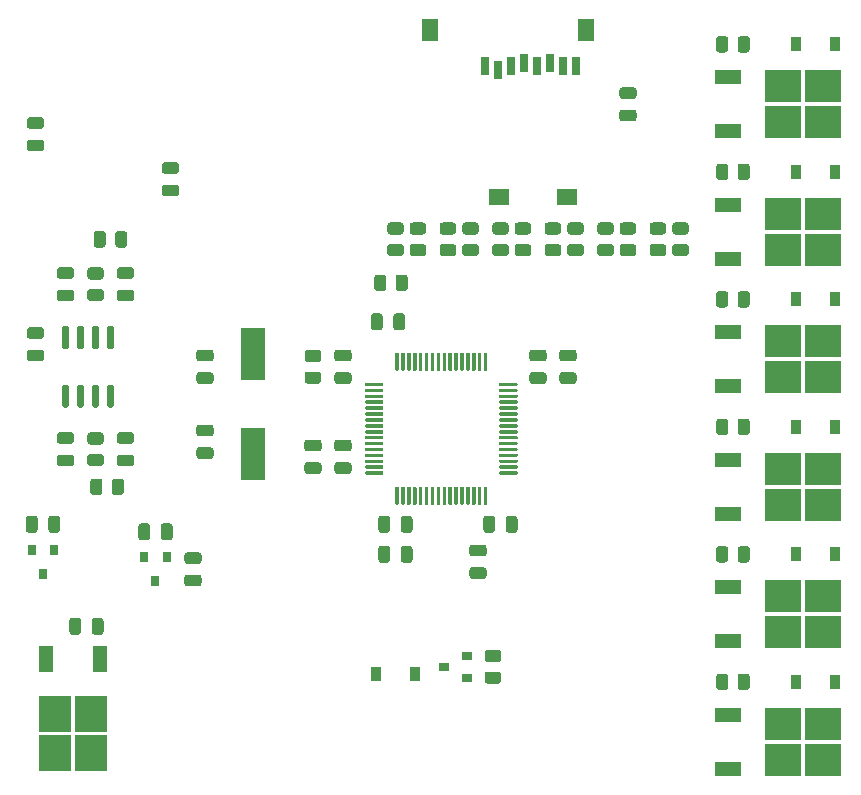
<source format=gtp>
G04 #@! TF.GenerationSoftware,KiCad,Pcbnew,5.1.10-88a1d61d58~90~ubuntu20.04.1*
G04 #@! TF.CreationDate,2021-08-15T15:07:41+03:00*
G04 #@! TF.ProjectId,DepremSanat,44657072-656d-4536-916e-61742e6b6963,rev?*
G04 #@! TF.SameCoordinates,Original*
G04 #@! TF.FileFunction,Paste,Top*
G04 #@! TF.FilePolarity,Positive*
%FSLAX46Y46*%
G04 Gerber Fmt 4.6, Leading zero omitted, Abs format (unit mm)*
G04 Created by KiCad (PCBNEW 5.1.10-88a1d61d58~90~ubuntu20.04.1) date 2021-08-15 15:07:41*
%MOMM*%
%LPD*%
G01*
G04 APERTURE LIST*
%ADD10R,1.800000X1.400000*%
%ADD11R,1.400000X1.900000*%
%ADD12R,0.800000X1.500000*%
%ADD13R,2.000000X4.500000*%
%ADD14R,0.800000X0.900000*%
%ADD15R,2.750000X3.050000*%
%ADD16R,1.200000X2.200000*%
%ADD17R,0.900000X0.800000*%
%ADD18R,3.050000X2.750000*%
%ADD19R,2.200000X1.200000*%
%ADD20R,0.900000X1.200000*%
G04 APERTURE END LIST*
D10*
X147865000Y-71970000D03*
X153565000Y-71970000D03*
D11*
X142015000Y-57820000D03*
X155165000Y-57820000D03*
D12*
X154375000Y-60870000D03*
X153275000Y-60870000D03*
X152175000Y-60670000D03*
X151075000Y-60870000D03*
X149975000Y-60670000D03*
X148875000Y-60870000D03*
X147775000Y-61270000D03*
X146675000Y-60870000D03*
D13*
X127000000Y-93785000D03*
X127000000Y-85285000D03*
D14*
X109220000Y-103870000D03*
X108270000Y-101870000D03*
X110170000Y-101870000D03*
X118745000Y-104505000D03*
X117795000Y-102505000D03*
X119695000Y-102505000D03*
D15*
X110235000Y-115741000D03*
X113285000Y-119091000D03*
X113285000Y-115741000D03*
X110235000Y-119091000D03*
D16*
X109480000Y-111116000D03*
X114040000Y-111116000D03*
G36*
G01*
X111275000Y-84860000D02*
X110975000Y-84860000D01*
G75*
G02*
X110825000Y-84710000I0J150000D01*
G01*
X110825000Y-83060000D01*
G75*
G02*
X110975000Y-82910000I150000J0D01*
G01*
X111275000Y-82910000D01*
G75*
G02*
X111425000Y-83060000I0J-150000D01*
G01*
X111425000Y-84710000D01*
G75*
G02*
X111275000Y-84860000I-150000J0D01*
G01*
G37*
G36*
G01*
X112545000Y-84860000D02*
X112245000Y-84860000D01*
G75*
G02*
X112095000Y-84710000I0J150000D01*
G01*
X112095000Y-83060000D01*
G75*
G02*
X112245000Y-82910000I150000J0D01*
G01*
X112545000Y-82910000D01*
G75*
G02*
X112695000Y-83060000I0J-150000D01*
G01*
X112695000Y-84710000D01*
G75*
G02*
X112545000Y-84860000I-150000J0D01*
G01*
G37*
G36*
G01*
X113815000Y-84860000D02*
X113515000Y-84860000D01*
G75*
G02*
X113365000Y-84710000I0J150000D01*
G01*
X113365000Y-83060000D01*
G75*
G02*
X113515000Y-82910000I150000J0D01*
G01*
X113815000Y-82910000D01*
G75*
G02*
X113965000Y-83060000I0J-150000D01*
G01*
X113965000Y-84710000D01*
G75*
G02*
X113815000Y-84860000I-150000J0D01*
G01*
G37*
G36*
G01*
X115085000Y-84860000D02*
X114785000Y-84860000D01*
G75*
G02*
X114635000Y-84710000I0J150000D01*
G01*
X114635000Y-83060000D01*
G75*
G02*
X114785000Y-82910000I150000J0D01*
G01*
X115085000Y-82910000D01*
G75*
G02*
X115235000Y-83060000I0J-150000D01*
G01*
X115235000Y-84710000D01*
G75*
G02*
X115085000Y-84860000I-150000J0D01*
G01*
G37*
G36*
G01*
X115085000Y-89810000D02*
X114785000Y-89810000D01*
G75*
G02*
X114635000Y-89660000I0J150000D01*
G01*
X114635000Y-88010000D01*
G75*
G02*
X114785000Y-87860000I150000J0D01*
G01*
X115085000Y-87860000D01*
G75*
G02*
X115235000Y-88010000I0J-150000D01*
G01*
X115235000Y-89660000D01*
G75*
G02*
X115085000Y-89810000I-150000J0D01*
G01*
G37*
G36*
G01*
X113815000Y-89810000D02*
X113515000Y-89810000D01*
G75*
G02*
X113365000Y-89660000I0J150000D01*
G01*
X113365000Y-88010000D01*
G75*
G02*
X113515000Y-87860000I150000J0D01*
G01*
X113815000Y-87860000D01*
G75*
G02*
X113965000Y-88010000I0J-150000D01*
G01*
X113965000Y-89660000D01*
G75*
G02*
X113815000Y-89810000I-150000J0D01*
G01*
G37*
G36*
G01*
X112545000Y-89810000D02*
X112245000Y-89810000D01*
G75*
G02*
X112095000Y-89660000I0J150000D01*
G01*
X112095000Y-88010000D01*
G75*
G02*
X112245000Y-87860000I150000J0D01*
G01*
X112545000Y-87860000D01*
G75*
G02*
X112695000Y-88010000I0J-150000D01*
G01*
X112695000Y-89660000D01*
G75*
G02*
X112545000Y-89810000I-150000J0D01*
G01*
G37*
G36*
G01*
X111275000Y-89810000D02*
X110975000Y-89810000D01*
G75*
G02*
X110825000Y-89660000I0J150000D01*
G01*
X110825000Y-88010000D01*
G75*
G02*
X110975000Y-87860000I150000J0D01*
G01*
X111275000Y-87860000D01*
G75*
G02*
X111425000Y-88010000I0J-150000D01*
G01*
X111425000Y-89660000D01*
G75*
G02*
X111275000Y-89810000I-150000J0D01*
G01*
G37*
G36*
G01*
X139050000Y-86635000D02*
X139050000Y-85235000D01*
G75*
G02*
X139125000Y-85160000I75000J0D01*
G01*
X139275000Y-85160000D01*
G75*
G02*
X139350000Y-85235000I0J-75000D01*
G01*
X139350000Y-86635000D01*
G75*
G02*
X139275000Y-86710000I-75000J0D01*
G01*
X139125000Y-86710000D01*
G75*
G02*
X139050000Y-86635000I0J75000D01*
G01*
G37*
G36*
G01*
X139550000Y-86635000D02*
X139550000Y-85235000D01*
G75*
G02*
X139625000Y-85160000I75000J0D01*
G01*
X139775000Y-85160000D01*
G75*
G02*
X139850000Y-85235000I0J-75000D01*
G01*
X139850000Y-86635000D01*
G75*
G02*
X139775000Y-86710000I-75000J0D01*
G01*
X139625000Y-86710000D01*
G75*
G02*
X139550000Y-86635000I0J75000D01*
G01*
G37*
G36*
G01*
X140050000Y-86635000D02*
X140050000Y-85235000D01*
G75*
G02*
X140125000Y-85160000I75000J0D01*
G01*
X140275000Y-85160000D01*
G75*
G02*
X140350000Y-85235000I0J-75000D01*
G01*
X140350000Y-86635000D01*
G75*
G02*
X140275000Y-86710000I-75000J0D01*
G01*
X140125000Y-86710000D01*
G75*
G02*
X140050000Y-86635000I0J75000D01*
G01*
G37*
G36*
G01*
X140550000Y-86635000D02*
X140550000Y-85235000D01*
G75*
G02*
X140625000Y-85160000I75000J0D01*
G01*
X140775000Y-85160000D01*
G75*
G02*
X140850000Y-85235000I0J-75000D01*
G01*
X140850000Y-86635000D01*
G75*
G02*
X140775000Y-86710000I-75000J0D01*
G01*
X140625000Y-86710000D01*
G75*
G02*
X140550000Y-86635000I0J75000D01*
G01*
G37*
G36*
G01*
X141050000Y-86635000D02*
X141050000Y-85235000D01*
G75*
G02*
X141125000Y-85160000I75000J0D01*
G01*
X141275000Y-85160000D01*
G75*
G02*
X141350000Y-85235000I0J-75000D01*
G01*
X141350000Y-86635000D01*
G75*
G02*
X141275000Y-86710000I-75000J0D01*
G01*
X141125000Y-86710000D01*
G75*
G02*
X141050000Y-86635000I0J75000D01*
G01*
G37*
G36*
G01*
X141550000Y-86635000D02*
X141550000Y-85235000D01*
G75*
G02*
X141625000Y-85160000I75000J0D01*
G01*
X141775000Y-85160000D01*
G75*
G02*
X141850000Y-85235000I0J-75000D01*
G01*
X141850000Y-86635000D01*
G75*
G02*
X141775000Y-86710000I-75000J0D01*
G01*
X141625000Y-86710000D01*
G75*
G02*
X141550000Y-86635000I0J75000D01*
G01*
G37*
G36*
G01*
X142050000Y-86635000D02*
X142050000Y-85235000D01*
G75*
G02*
X142125000Y-85160000I75000J0D01*
G01*
X142275000Y-85160000D01*
G75*
G02*
X142350000Y-85235000I0J-75000D01*
G01*
X142350000Y-86635000D01*
G75*
G02*
X142275000Y-86710000I-75000J0D01*
G01*
X142125000Y-86710000D01*
G75*
G02*
X142050000Y-86635000I0J75000D01*
G01*
G37*
G36*
G01*
X142550000Y-86635000D02*
X142550000Y-85235000D01*
G75*
G02*
X142625000Y-85160000I75000J0D01*
G01*
X142775000Y-85160000D01*
G75*
G02*
X142850000Y-85235000I0J-75000D01*
G01*
X142850000Y-86635000D01*
G75*
G02*
X142775000Y-86710000I-75000J0D01*
G01*
X142625000Y-86710000D01*
G75*
G02*
X142550000Y-86635000I0J75000D01*
G01*
G37*
G36*
G01*
X143050000Y-86635000D02*
X143050000Y-85235000D01*
G75*
G02*
X143125000Y-85160000I75000J0D01*
G01*
X143275000Y-85160000D01*
G75*
G02*
X143350000Y-85235000I0J-75000D01*
G01*
X143350000Y-86635000D01*
G75*
G02*
X143275000Y-86710000I-75000J0D01*
G01*
X143125000Y-86710000D01*
G75*
G02*
X143050000Y-86635000I0J75000D01*
G01*
G37*
G36*
G01*
X143550000Y-86635000D02*
X143550000Y-85235000D01*
G75*
G02*
X143625000Y-85160000I75000J0D01*
G01*
X143775000Y-85160000D01*
G75*
G02*
X143850000Y-85235000I0J-75000D01*
G01*
X143850000Y-86635000D01*
G75*
G02*
X143775000Y-86710000I-75000J0D01*
G01*
X143625000Y-86710000D01*
G75*
G02*
X143550000Y-86635000I0J75000D01*
G01*
G37*
G36*
G01*
X144050000Y-86635000D02*
X144050000Y-85235000D01*
G75*
G02*
X144125000Y-85160000I75000J0D01*
G01*
X144275000Y-85160000D01*
G75*
G02*
X144350000Y-85235000I0J-75000D01*
G01*
X144350000Y-86635000D01*
G75*
G02*
X144275000Y-86710000I-75000J0D01*
G01*
X144125000Y-86710000D01*
G75*
G02*
X144050000Y-86635000I0J75000D01*
G01*
G37*
G36*
G01*
X144550000Y-86635000D02*
X144550000Y-85235000D01*
G75*
G02*
X144625000Y-85160000I75000J0D01*
G01*
X144775000Y-85160000D01*
G75*
G02*
X144850000Y-85235000I0J-75000D01*
G01*
X144850000Y-86635000D01*
G75*
G02*
X144775000Y-86710000I-75000J0D01*
G01*
X144625000Y-86710000D01*
G75*
G02*
X144550000Y-86635000I0J75000D01*
G01*
G37*
G36*
G01*
X145050000Y-86635000D02*
X145050000Y-85235000D01*
G75*
G02*
X145125000Y-85160000I75000J0D01*
G01*
X145275000Y-85160000D01*
G75*
G02*
X145350000Y-85235000I0J-75000D01*
G01*
X145350000Y-86635000D01*
G75*
G02*
X145275000Y-86710000I-75000J0D01*
G01*
X145125000Y-86710000D01*
G75*
G02*
X145050000Y-86635000I0J75000D01*
G01*
G37*
G36*
G01*
X145550000Y-86635000D02*
X145550000Y-85235000D01*
G75*
G02*
X145625000Y-85160000I75000J0D01*
G01*
X145775000Y-85160000D01*
G75*
G02*
X145850000Y-85235000I0J-75000D01*
G01*
X145850000Y-86635000D01*
G75*
G02*
X145775000Y-86710000I-75000J0D01*
G01*
X145625000Y-86710000D01*
G75*
G02*
X145550000Y-86635000I0J75000D01*
G01*
G37*
G36*
G01*
X146050000Y-86635000D02*
X146050000Y-85235000D01*
G75*
G02*
X146125000Y-85160000I75000J0D01*
G01*
X146275000Y-85160000D01*
G75*
G02*
X146350000Y-85235000I0J-75000D01*
G01*
X146350000Y-86635000D01*
G75*
G02*
X146275000Y-86710000I-75000J0D01*
G01*
X146125000Y-86710000D01*
G75*
G02*
X146050000Y-86635000I0J75000D01*
G01*
G37*
G36*
G01*
X146550000Y-86635000D02*
X146550000Y-85235000D01*
G75*
G02*
X146625000Y-85160000I75000J0D01*
G01*
X146775000Y-85160000D01*
G75*
G02*
X146850000Y-85235000I0J-75000D01*
G01*
X146850000Y-86635000D01*
G75*
G02*
X146775000Y-86710000I-75000J0D01*
G01*
X146625000Y-86710000D01*
G75*
G02*
X146550000Y-86635000I0J75000D01*
G01*
G37*
G36*
G01*
X147850000Y-87935000D02*
X147850000Y-87785000D01*
G75*
G02*
X147925000Y-87710000I75000J0D01*
G01*
X149325000Y-87710000D01*
G75*
G02*
X149400000Y-87785000I0J-75000D01*
G01*
X149400000Y-87935000D01*
G75*
G02*
X149325000Y-88010000I-75000J0D01*
G01*
X147925000Y-88010000D01*
G75*
G02*
X147850000Y-87935000I0J75000D01*
G01*
G37*
G36*
G01*
X147850000Y-88435000D02*
X147850000Y-88285000D01*
G75*
G02*
X147925000Y-88210000I75000J0D01*
G01*
X149325000Y-88210000D01*
G75*
G02*
X149400000Y-88285000I0J-75000D01*
G01*
X149400000Y-88435000D01*
G75*
G02*
X149325000Y-88510000I-75000J0D01*
G01*
X147925000Y-88510000D01*
G75*
G02*
X147850000Y-88435000I0J75000D01*
G01*
G37*
G36*
G01*
X147850000Y-88935000D02*
X147850000Y-88785000D01*
G75*
G02*
X147925000Y-88710000I75000J0D01*
G01*
X149325000Y-88710000D01*
G75*
G02*
X149400000Y-88785000I0J-75000D01*
G01*
X149400000Y-88935000D01*
G75*
G02*
X149325000Y-89010000I-75000J0D01*
G01*
X147925000Y-89010000D01*
G75*
G02*
X147850000Y-88935000I0J75000D01*
G01*
G37*
G36*
G01*
X147850000Y-89435000D02*
X147850000Y-89285000D01*
G75*
G02*
X147925000Y-89210000I75000J0D01*
G01*
X149325000Y-89210000D01*
G75*
G02*
X149400000Y-89285000I0J-75000D01*
G01*
X149400000Y-89435000D01*
G75*
G02*
X149325000Y-89510000I-75000J0D01*
G01*
X147925000Y-89510000D01*
G75*
G02*
X147850000Y-89435000I0J75000D01*
G01*
G37*
G36*
G01*
X147850000Y-89935000D02*
X147850000Y-89785000D01*
G75*
G02*
X147925000Y-89710000I75000J0D01*
G01*
X149325000Y-89710000D01*
G75*
G02*
X149400000Y-89785000I0J-75000D01*
G01*
X149400000Y-89935000D01*
G75*
G02*
X149325000Y-90010000I-75000J0D01*
G01*
X147925000Y-90010000D01*
G75*
G02*
X147850000Y-89935000I0J75000D01*
G01*
G37*
G36*
G01*
X147850000Y-90435000D02*
X147850000Y-90285000D01*
G75*
G02*
X147925000Y-90210000I75000J0D01*
G01*
X149325000Y-90210000D01*
G75*
G02*
X149400000Y-90285000I0J-75000D01*
G01*
X149400000Y-90435000D01*
G75*
G02*
X149325000Y-90510000I-75000J0D01*
G01*
X147925000Y-90510000D01*
G75*
G02*
X147850000Y-90435000I0J75000D01*
G01*
G37*
G36*
G01*
X147850000Y-90935000D02*
X147850000Y-90785000D01*
G75*
G02*
X147925000Y-90710000I75000J0D01*
G01*
X149325000Y-90710000D01*
G75*
G02*
X149400000Y-90785000I0J-75000D01*
G01*
X149400000Y-90935000D01*
G75*
G02*
X149325000Y-91010000I-75000J0D01*
G01*
X147925000Y-91010000D01*
G75*
G02*
X147850000Y-90935000I0J75000D01*
G01*
G37*
G36*
G01*
X147850000Y-91435000D02*
X147850000Y-91285000D01*
G75*
G02*
X147925000Y-91210000I75000J0D01*
G01*
X149325000Y-91210000D01*
G75*
G02*
X149400000Y-91285000I0J-75000D01*
G01*
X149400000Y-91435000D01*
G75*
G02*
X149325000Y-91510000I-75000J0D01*
G01*
X147925000Y-91510000D01*
G75*
G02*
X147850000Y-91435000I0J75000D01*
G01*
G37*
G36*
G01*
X147850000Y-91935000D02*
X147850000Y-91785000D01*
G75*
G02*
X147925000Y-91710000I75000J0D01*
G01*
X149325000Y-91710000D01*
G75*
G02*
X149400000Y-91785000I0J-75000D01*
G01*
X149400000Y-91935000D01*
G75*
G02*
X149325000Y-92010000I-75000J0D01*
G01*
X147925000Y-92010000D01*
G75*
G02*
X147850000Y-91935000I0J75000D01*
G01*
G37*
G36*
G01*
X147850000Y-92435000D02*
X147850000Y-92285000D01*
G75*
G02*
X147925000Y-92210000I75000J0D01*
G01*
X149325000Y-92210000D01*
G75*
G02*
X149400000Y-92285000I0J-75000D01*
G01*
X149400000Y-92435000D01*
G75*
G02*
X149325000Y-92510000I-75000J0D01*
G01*
X147925000Y-92510000D01*
G75*
G02*
X147850000Y-92435000I0J75000D01*
G01*
G37*
G36*
G01*
X147850000Y-92935000D02*
X147850000Y-92785000D01*
G75*
G02*
X147925000Y-92710000I75000J0D01*
G01*
X149325000Y-92710000D01*
G75*
G02*
X149400000Y-92785000I0J-75000D01*
G01*
X149400000Y-92935000D01*
G75*
G02*
X149325000Y-93010000I-75000J0D01*
G01*
X147925000Y-93010000D01*
G75*
G02*
X147850000Y-92935000I0J75000D01*
G01*
G37*
G36*
G01*
X147850000Y-93435000D02*
X147850000Y-93285000D01*
G75*
G02*
X147925000Y-93210000I75000J0D01*
G01*
X149325000Y-93210000D01*
G75*
G02*
X149400000Y-93285000I0J-75000D01*
G01*
X149400000Y-93435000D01*
G75*
G02*
X149325000Y-93510000I-75000J0D01*
G01*
X147925000Y-93510000D01*
G75*
G02*
X147850000Y-93435000I0J75000D01*
G01*
G37*
G36*
G01*
X147850000Y-93935000D02*
X147850000Y-93785000D01*
G75*
G02*
X147925000Y-93710000I75000J0D01*
G01*
X149325000Y-93710000D01*
G75*
G02*
X149400000Y-93785000I0J-75000D01*
G01*
X149400000Y-93935000D01*
G75*
G02*
X149325000Y-94010000I-75000J0D01*
G01*
X147925000Y-94010000D01*
G75*
G02*
X147850000Y-93935000I0J75000D01*
G01*
G37*
G36*
G01*
X147850000Y-94435000D02*
X147850000Y-94285000D01*
G75*
G02*
X147925000Y-94210000I75000J0D01*
G01*
X149325000Y-94210000D01*
G75*
G02*
X149400000Y-94285000I0J-75000D01*
G01*
X149400000Y-94435000D01*
G75*
G02*
X149325000Y-94510000I-75000J0D01*
G01*
X147925000Y-94510000D01*
G75*
G02*
X147850000Y-94435000I0J75000D01*
G01*
G37*
G36*
G01*
X147850000Y-94935000D02*
X147850000Y-94785000D01*
G75*
G02*
X147925000Y-94710000I75000J0D01*
G01*
X149325000Y-94710000D01*
G75*
G02*
X149400000Y-94785000I0J-75000D01*
G01*
X149400000Y-94935000D01*
G75*
G02*
X149325000Y-95010000I-75000J0D01*
G01*
X147925000Y-95010000D01*
G75*
G02*
X147850000Y-94935000I0J75000D01*
G01*
G37*
G36*
G01*
X147850000Y-95435000D02*
X147850000Y-95285000D01*
G75*
G02*
X147925000Y-95210000I75000J0D01*
G01*
X149325000Y-95210000D01*
G75*
G02*
X149400000Y-95285000I0J-75000D01*
G01*
X149400000Y-95435000D01*
G75*
G02*
X149325000Y-95510000I-75000J0D01*
G01*
X147925000Y-95510000D01*
G75*
G02*
X147850000Y-95435000I0J75000D01*
G01*
G37*
G36*
G01*
X146550000Y-97985000D02*
X146550000Y-96585000D01*
G75*
G02*
X146625000Y-96510000I75000J0D01*
G01*
X146775000Y-96510000D01*
G75*
G02*
X146850000Y-96585000I0J-75000D01*
G01*
X146850000Y-97985000D01*
G75*
G02*
X146775000Y-98060000I-75000J0D01*
G01*
X146625000Y-98060000D01*
G75*
G02*
X146550000Y-97985000I0J75000D01*
G01*
G37*
G36*
G01*
X146050000Y-97985000D02*
X146050000Y-96585000D01*
G75*
G02*
X146125000Y-96510000I75000J0D01*
G01*
X146275000Y-96510000D01*
G75*
G02*
X146350000Y-96585000I0J-75000D01*
G01*
X146350000Y-97985000D01*
G75*
G02*
X146275000Y-98060000I-75000J0D01*
G01*
X146125000Y-98060000D01*
G75*
G02*
X146050000Y-97985000I0J75000D01*
G01*
G37*
G36*
G01*
X145550000Y-97985000D02*
X145550000Y-96585000D01*
G75*
G02*
X145625000Y-96510000I75000J0D01*
G01*
X145775000Y-96510000D01*
G75*
G02*
X145850000Y-96585000I0J-75000D01*
G01*
X145850000Y-97985000D01*
G75*
G02*
X145775000Y-98060000I-75000J0D01*
G01*
X145625000Y-98060000D01*
G75*
G02*
X145550000Y-97985000I0J75000D01*
G01*
G37*
G36*
G01*
X145050000Y-97985000D02*
X145050000Y-96585000D01*
G75*
G02*
X145125000Y-96510000I75000J0D01*
G01*
X145275000Y-96510000D01*
G75*
G02*
X145350000Y-96585000I0J-75000D01*
G01*
X145350000Y-97985000D01*
G75*
G02*
X145275000Y-98060000I-75000J0D01*
G01*
X145125000Y-98060000D01*
G75*
G02*
X145050000Y-97985000I0J75000D01*
G01*
G37*
G36*
G01*
X144550000Y-97985000D02*
X144550000Y-96585000D01*
G75*
G02*
X144625000Y-96510000I75000J0D01*
G01*
X144775000Y-96510000D01*
G75*
G02*
X144850000Y-96585000I0J-75000D01*
G01*
X144850000Y-97985000D01*
G75*
G02*
X144775000Y-98060000I-75000J0D01*
G01*
X144625000Y-98060000D01*
G75*
G02*
X144550000Y-97985000I0J75000D01*
G01*
G37*
G36*
G01*
X144050000Y-97985000D02*
X144050000Y-96585000D01*
G75*
G02*
X144125000Y-96510000I75000J0D01*
G01*
X144275000Y-96510000D01*
G75*
G02*
X144350000Y-96585000I0J-75000D01*
G01*
X144350000Y-97985000D01*
G75*
G02*
X144275000Y-98060000I-75000J0D01*
G01*
X144125000Y-98060000D01*
G75*
G02*
X144050000Y-97985000I0J75000D01*
G01*
G37*
G36*
G01*
X143550000Y-97985000D02*
X143550000Y-96585000D01*
G75*
G02*
X143625000Y-96510000I75000J0D01*
G01*
X143775000Y-96510000D01*
G75*
G02*
X143850000Y-96585000I0J-75000D01*
G01*
X143850000Y-97985000D01*
G75*
G02*
X143775000Y-98060000I-75000J0D01*
G01*
X143625000Y-98060000D01*
G75*
G02*
X143550000Y-97985000I0J75000D01*
G01*
G37*
G36*
G01*
X143050000Y-97985000D02*
X143050000Y-96585000D01*
G75*
G02*
X143125000Y-96510000I75000J0D01*
G01*
X143275000Y-96510000D01*
G75*
G02*
X143350000Y-96585000I0J-75000D01*
G01*
X143350000Y-97985000D01*
G75*
G02*
X143275000Y-98060000I-75000J0D01*
G01*
X143125000Y-98060000D01*
G75*
G02*
X143050000Y-97985000I0J75000D01*
G01*
G37*
G36*
G01*
X142550000Y-97985000D02*
X142550000Y-96585000D01*
G75*
G02*
X142625000Y-96510000I75000J0D01*
G01*
X142775000Y-96510000D01*
G75*
G02*
X142850000Y-96585000I0J-75000D01*
G01*
X142850000Y-97985000D01*
G75*
G02*
X142775000Y-98060000I-75000J0D01*
G01*
X142625000Y-98060000D01*
G75*
G02*
X142550000Y-97985000I0J75000D01*
G01*
G37*
G36*
G01*
X142050000Y-97985000D02*
X142050000Y-96585000D01*
G75*
G02*
X142125000Y-96510000I75000J0D01*
G01*
X142275000Y-96510000D01*
G75*
G02*
X142350000Y-96585000I0J-75000D01*
G01*
X142350000Y-97985000D01*
G75*
G02*
X142275000Y-98060000I-75000J0D01*
G01*
X142125000Y-98060000D01*
G75*
G02*
X142050000Y-97985000I0J75000D01*
G01*
G37*
G36*
G01*
X141550000Y-97985000D02*
X141550000Y-96585000D01*
G75*
G02*
X141625000Y-96510000I75000J0D01*
G01*
X141775000Y-96510000D01*
G75*
G02*
X141850000Y-96585000I0J-75000D01*
G01*
X141850000Y-97985000D01*
G75*
G02*
X141775000Y-98060000I-75000J0D01*
G01*
X141625000Y-98060000D01*
G75*
G02*
X141550000Y-97985000I0J75000D01*
G01*
G37*
G36*
G01*
X141050000Y-97985000D02*
X141050000Y-96585000D01*
G75*
G02*
X141125000Y-96510000I75000J0D01*
G01*
X141275000Y-96510000D01*
G75*
G02*
X141350000Y-96585000I0J-75000D01*
G01*
X141350000Y-97985000D01*
G75*
G02*
X141275000Y-98060000I-75000J0D01*
G01*
X141125000Y-98060000D01*
G75*
G02*
X141050000Y-97985000I0J75000D01*
G01*
G37*
G36*
G01*
X140550000Y-97985000D02*
X140550000Y-96585000D01*
G75*
G02*
X140625000Y-96510000I75000J0D01*
G01*
X140775000Y-96510000D01*
G75*
G02*
X140850000Y-96585000I0J-75000D01*
G01*
X140850000Y-97985000D01*
G75*
G02*
X140775000Y-98060000I-75000J0D01*
G01*
X140625000Y-98060000D01*
G75*
G02*
X140550000Y-97985000I0J75000D01*
G01*
G37*
G36*
G01*
X140050000Y-97985000D02*
X140050000Y-96585000D01*
G75*
G02*
X140125000Y-96510000I75000J0D01*
G01*
X140275000Y-96510000D01*
G75*
G02*
X140350000Y-96585000I0J-75000D01*
G01*
X140350000Y-97985000D01*
G75*
G02*
X140275000Y-98060000I-75000J0D01*
G01*
X140125000Y-98060000D01*
G75*
G02*
X140050000Y-97985000I0J75000D01*
G01*
G37*
G36*
G01*
X139550000Y-97985000D02*
X139550000Y-96585000D01*
G75*
G02*
X139625000Y-96510000I75000J0D01*
G01*
X139775000Y-96510000D01*
G75*
G02*
X139850000Y-96585000I0J-75000D01*
G01*
X139850000Y-97985000D01*
G75*
G02*
X139775000Y-98060000I-75000J0D01*
G01*
X139625000Y-98060000D01*
G75*
G02*
X139550000Y-97985000I0J75000D01*
G01*
G37*
G36*
G01*
X139050000Y-97985000D02*
X139050000Y-96585000D01*
G75*
G02*
X139125000Y-96510000I75000J0D01*
G01*
X139275000Y-96510000D01*
G75*
G02*
X139350000Y-96585000I0J-75000D01*
G01*
X139350000Y-97985000D01*
G75*
G02*
X139275000Y-98060000I-75000J0D01*
G01*
X139125000Y-98060000D01*
G75*
G02*
X139050000Y-97985000I0J75000D01*
G01*
G37*
G36*
G01*
X136500000Y-95435000D02*
X136500000Y-95285000D01*
G75*
G02*
X136575000Y-95210000I75000J0D01*
G01*
X137975000Y-95210000D01*
G75*
G02*
X138050000Y-95285000I0J-75000D01*
G01*
X138050000Y-95435000D01*
G75*
G02*
X137975000Y-95510000I-75000J0D01*
G01*
X136575000Y-95510000D01*
G75*
G02*
X136500000Y-95435000I0J75000D01*
G01*
G37*
G36*
G01*
X136500000Y-94935000D02*
X136500000Y-94785000D01*
G75*
G02*
X136575000Y-94710000I75000J0D01*
G01*
X137975000Y-94710000D01*
G75*
G02*
X138050000Y-94785000I0J-75000D01*
G01*
X138050000Y-94935000D01*
G75*
G02*
X137975000Y-95010000I-75000J0D01*
G01*
X136575000Y-95010000D01*
G75*
G02*
X136500000Y-94935000I0J75000D01*
G01*
G37*
G36*
G01*
X136500000Y-94435000D02*
X136500000Y-94285000D01*
G75*
G02*
X136575000Y-94210000I75000J0D01*
G01*
X137975000Y-94210000D01*
G75*
G02*
X138050000Y-94285000I0J-75000D01*
G01*
X138050000Y-94435000D01*
G75*
G02*
X137975000Y-94510000I-75000J0D01*
G01*
X136575000Y-94510000D01*
G75*
G02*
X136500000Y-94435000I0J75000D01*
G01*
G37*
G36*
G01*
X136500000Y-93935000D02*
X136500000Y-93785000D01*
G75*
G02*
X136575000Y-93710000I75000J0D01*
G01*
X137975000Y-93710000D01*
G75*
G02*
X138050000Y-93785000I0J-75000D01*
G01*
X138050000Y-93935000D01*
G75*
G02*
X137975000Y-94010000I-75000J0D01*
G01*
X136575000Y-94010000D01*
G75*
G02*
X136500000Y-93935000I0J75000D01*
G01*
G37*
G36*
G01*
X136500000Y-93435000D02*
X136500000Y-93285000D01*
G75*
G02*
X136575000Y-93210000I75000J0D01*
G01*
X137975000Y-93210000D01*
G75*
G02*
X138050000Y-93285000I0J-75000D01*
G01*
X138050000Y-93435000D01*
G75*
G02*
X137975000Y-93510000I-75000J0D01*
G01*
X136575000Y-93510000D01*
G75*
G02*
X136500000Y-93435000I0J75000D01*
G01*
G37*
G36*
G01*
X136500000Y-92935000D02*
X136500000Y-92785000D01*
G75*
G02*
X136575000Y-92710000I75000J0D01*
G01*
X137975000Y-92710000D01*
G75*
G02*
X138050000Y-92785000I0J-75000D01*
G01*
X138050000Y-92935000D01*
G75*
G02*
X137975000Y-93010000I-75000J0D01*
G01*
X136575000Y-93010000D01*
G75*
G02*
X136500000Y-92935000I0J75000D01*
G01*
G37*
G36*
G01*
X136500000Y-92435000D02*
X136500000Y-92285000D01*
G75*
G02*
X136575000Y-92210000I75000J0D01*
G01*
X137975000Y-92210000D01*
G75*
G02*
X138050000Y-92285000I0J-75000D01*
G01*
X138050000Y-92435000D01*
G75*
G02*
X137975000Y-92510000I-75000J0D01*
G01*
X136575000Y-92510000D01*
G75*
G02*
X136500000Y-92435000I0J75000D01*
G01*
G37*
G36*
G01*
X136500000Y-91935000D02*
X136500000Y-91785000D01*
G75*
G02*
X136575000Y-91710000I75000J0D01*
G01*
X137975000Y-91710000D01*
G75*
G02*
X138050000Y-91785000I0J-75000D01*
G01*
X138050000Y-91935000D01*
G75*
G02*
X137975000Y-92010000I-75000J0D01*
G01*
X136575000Y-92010000D01*
G75*
G02*
X136500000Y-91935000I0J75000D01*
G01*
G37*
G36*
G01*
X136500000Y-91435000D02*
X136500000Y-91285000D01*
G75*
G02*
X136575000Y-91210000I75000J0D01*
G01*
X137975000Y-91210000D01*
G75*
G02*
X138050000Y-91285000I0J-75000D01*
G01*
X138050000Y-91435000D01*
G75*
G02*
X137975000Y-91510000I-75000J0D01*
G01*
X136575000Y-91510000D01*
G75*
G02*
X136500000Y-91435000I0J75000D01*
G01*
G37*
G36*
G01*
X136500000Y-90935000D02*
X136500000Y-90785000D01*
G75*
G02*
X136575000Y-90710000I75000J0D01*
G01*
X137975000Y-90710000D01*
G75*
G02*
X138050000Y-90785000I0J-75000D01*
G01*
X138050000Y-90935000D01*
G75*
G02*
X137975000Y-91010000I-75000J0D01*
G01*
X136575000Y-91010000D01*
G75*
G02*
X136500000Y-90935000I0J75000D01*
G01*
G37*
G36*
G01*
X136500000Y-90435000D02*
X136500000Y-90285000D01*
G75*
G02*
X136575000Y-90210000I75000J0D01*
G01*
X137975000Y-90210000D01*
G75*
G02*
X138050000Y-90285000I0J-75000D01*
G01*
X138050000Y-90435000D01*
G75*
G02*
X137975000Y-90510000I-75000J0D01*
G01*
X136575000Y-90510000D01*
G75*
G02*
X136500000Y-90435000I0J75000D01*
G01*
G37*
G36*
G01*
X136500000Y-89935000D02*
X136500000Y-89785000D01*
G75*
G02*
X136575000Y-89710000I75000J0D01*
G01*
X137975000Y-89710000D01*
G75*
G02*
X138050000Y-89785000I0J-75000D01*
G01*
X138050000Y-89935000D01*
G75*
G02*
X137975000Y-90010000I-75000J0D01*
G01*
X136575000Y-90010000D01*
G75*
G02*
X136500000Y-89935000I0J75000D01*
G01*
G37*
G36*
G01*
X136500000Y-89435000D02*
X136500000Y-89285000D01*
G75*
G02*
X136575000Y-89210000I75000J0D01*
G01*
X137975000Y-89210000D01*
G75*
G02*
X138050000Y-89285000I0J-75000D01*
G01*
X138050000Y-89435000D01*
G75*
G02*
X137975000Y-89510000I-75000J0D01*
G01*
X136575000Y-89510000D01*
G75*
G02*
X136500000Y-89435000I0J75000D01*
G01*
G37*
G36*
G01*
X136500000Y-88935000D02*
X136500000Y-88785000D01*
G75*
G02*
X136575000Y-88710000I75000J0D01*
G01*
X137975000Y-88710000D01*
G75*
G02*
X138050000Y-88785000I0J-75000D01*
G01*
X138050000Y-88935000D01*
G75*
G02*
X137975000Y-89010000I-75000J0D01*
G01*
X136575000Y-89010000D01*
G75*
G02*
X136500000Y-88935000I0J75000D01*
G01*
G37*
G36*
G01*
X136500000Y-88435000D02*
X136500000Y-88285000D01*
G75*
G02*
X136575000Y-88210000I75000J0D01*
G01*
X137975000Y-88210000D01*
G75*
G02*
X138050000Y-88285000I0J-75000D01*
G01*
X138050000Y-88435000D01*
G75*
G02*
X137975000Y-88510000I-75000J0D01*
G01*
X136575000Y-88510000D01*
G75*
G02*
X136500000Y-88435000I0J75000D01*
G01*
G37*
G36*
G01*
X136500000Y-87935000D02*
X136500000Y-87785000D01*
G75*
G02*
X136575000Y-87710000I75000J0D01*
G01*
X137975000Y-87710000D01*
G75*
G02*
X138050000Y-87785000I0J-75000D01*
G01*
X138050000Y-87935000D01*
G75*
G02*
X137975000Y-88010000I-75000J0D01*
G01*
X136575000Y-88010000D01*
G75*
G02*
X136500000Y-87935000I0J75000D01*
G01*
G37*
G36*
G01*
X147770001Y-111360000D02*
X146869999Y-111360000D01*
G75*
G02*
X146620000Y-111110001I0J249999D01*
G01*
X146620000Y-110584999D01*
G75*
G02*
X146869999Y-110335000I249999J0D01*
G01*
X147770001Y-110335000D01*
G75*
G02*
X148020000Y-110584999I0J-249999D01*
G01*
X148020000Y-111110001D01*
G75*
G02*
X147770001Y-111360000I-249999J0D01*
G01*
G37*
G36*
G01*
X147770001Y-113185000D02*
X146869999Y-113185000D01*
G75*
G02*
X146620000Y-112935001I0J249999D01*
G01*
X146620000Y-112409999D01*
G75*
G02*
X146869999Y-112160000I249999J0D01*
G01*
X147770001Y-112160000D01*
G75*
G02*
X148020000Y-112409999I0J-249999D01*
G01*
X148020000Y-112935001D01*
G75*
G02*
X147770001Y-113185000I-249999J0D01*
G01*
G37*
G36*
G01*
X114115001Y-78975000D02*
X113214999Y-78975000D01*
G75*
G02*
X112965000Y-78725001I0J249999D01*
G01*
X112965000Y-78199999D01*
G75*
G02*
X113214999Y-77950000I249999J0D01*
G01*
X114115001Y-77950000D01*
G75*
G02*
X114365000Y-78199999I0J-249999D01*
G01*
X114365000Y-78725001D01*
G75*
G02*
X114115001Y-78975000I-249999J0D01*
G01*
G37*
G36*
G01*
X114115001Y-80800000D02*
X113214999Y-80800000D01*
G75*
G02*
X112965000Y-80550001I0J249999D01*
G01*
X112965000Y-80024999D01*
G75*
G02*
X113214999Y-79775000I249999J0D01*
G01*
X114115001Y-79775000D01*
G75*
G02*
X114365000Y-80024999I0J-249999D01*
G01*
X114365000Y-80550001D01*
G75*
G02*
X114115001Y-80800000I-249999J0D01*
G01*
G37*
G36*
G01*
X113214999Y-93745000D02*
X114115001Y-93745000D01*
G75*
G02*
X114365000Y-93994999I0J-249999D01*
G01*
X114365000Y-94520001D01*
G75*
G02*
X114115001Y-94770000I-249999J0D01*
G01*
X113214999Y-94770000D01*
G75*
G02*
X112965000Y-94520001I0J249999D01*
G01*
X112965000Y-93994999D01*
G75*
G02*
X113214999Y-93745000I249999J0D01*
G01*
G37*
G36*
G01*
X113214999Y-91920000D02*
X114115001Y-91920000D01*
G75*
G02*
X114365000Y-92169999I0J-249999D01*
G01*
X114365000Y-92695001D01*
G75*
G02*
X114115001Y-92945000I-249999J0D01*
G01*
X113214999Y-92945000D01*
G75*
G02*
X112965000Y-92695001I0J249999D01*
G01*
X112965000Y-92169999D01*
G75*
G02*
X113214999Y-91920000I249999J0D01*
G01*
G37*
G36*
G01*
X115335000Y-76015001D02*
X115335000Y-75114999D01*
G75*
G02*
X115584999Y-74865000I249999J0D01*
G01*
X116110001Y-74865000D01*
G75*
G02*
X116360000Y-75114999I0J-249999D01*
G01*
X116360000Y-76015001D01*
G75*
G02*
X116110001Y-76265000I-249999J0D01*
G01*
X115584999Y-76265000D01*
G75*
G02*
X115335000Y-76015001I0J249999D01*
G01*
G37*
G36*
G01*
X113510000Y-76015001D02*
X113510000Y-75114999D01*
G75*
G02*
X113759999Y-74865000I249999J0D01*
G01*
X114285001Y-74865000D01*
G75*
G02*
X114535000Y-75114999I0J-249999D01*
G01*
X114535000Y-76015001D01*
G75*
G02*
X114285001Y-76265000I-249999J0D01*
G01*
X113759999Y-76265000D01*
G75*
G02*
X113510000Y-76015001I0J249999D01*
G01*
G37*
G36*
G01*
X115057500Y-96970001D02*
X115057500Y-96069999D01*
G75*
G02*
X115307499Y-95820000I249999J0D01*
G01*
X115832501Y-95820000D01*
G75*
G02*
X116082500Y-96069999I0J-249999D01*
G01*
X116082500Y-96970001D01*
G75*
G02*
X115832501Y-97220000I-249999J0D01*
G01*
X115307499Y-97220000D01*
G75*
G02*
X115057500Y-96970001I0J249999D01*
G01*
G37*
G36*
G01*
X113232500Y-96970001D02*
X113232500Y-96069999D01*
G75*
G02*
X113482499Y-95820000I249999J0D01*
G01*
X114007501Y-95820000D01*
G75*
G02*
X114257500Y-96069999I0J-249999D01*
G01*
X114257500Y-96970001D01*
G75*
G02*
X114007501Y-97220000I-249999J0D01*
G01*
X113482499Y-97220000D01*
G75*
G02*
X113232500Y-96970001I0J249999D01*
G01*
G37*
G36*
G01*
X160839999Y-75965000D02*
X161740001Y-75965000D01*
G75*
G02*
X161990000Y-76214999I0J-249999D01*
G01*
X161990000Y-76740001D01*
G75*
G02*
X161740001Y-76990000I-249999J0D01*
G01*
X160839999Y-76990000D01*
G75*
G02*
X160590000Y-76740001I0J249999D01*
G01*
X160590000Y-76214999D01*
G75*
G02*
X160839999Y-75965000I249999J0D01*
G01*
G37*
G36*
G01*
X160839999Y-74140000D02*
X161740001Y-74140000D01*
G75*
G02*
X161990000Y-74389999I0J-249999D01*
G01*
X161990000Y-74915001D01*
G75*
G02*
X161740001Y-75165000I-249999J0D01*
G01*
X160839999Y-75165000D01*
G75*
G02*
X160590000Y-74915001I0J249999D01*
G01*
X160590000Y-74389999D01*
G75*
G02*
X160839999Y-74140000I249999J0D01*
G01*
G37*
G36*
G01*
X156394999Y-75965000D02*
X157295001Y-75965000D01*
G75*
G02*
X157545000Y-76214999I0J-249999D01*
G01*
X157545000Y-76740001D01*
G75*
G02*
X157295001Y-76990000I-249999J0D01*
G01*
X156394999Y-76990000D01*
G75*
G02*
X156145000Y-76740001I0J249999D01*
G01*
X156145000Y-76214999D01*
G75*
G02*
X156394999Y-75965000I249999J0D01*
G01*
G37*
G36*
G01*
X156394999Y-74140000D02*
X157295001Y-74140000D01*
G75*
G02*
X157545000Y-74389999I0J-249999D01*
G01*
X157545000Y-74915001D01*
G75*
G02*
X157295001Y-75165000I-249999J0D01*
G01*
X156394999Y-75165000D01*
G75*
G02*
X156145000Y-74915001I0J249999D01*
G01*
X156145000Y-74389999D01*
G75*
G02*
X156394999Y-74140000I249999J0D01*
G01*
G37*
G36*
G01*
X151949999Y-75965000D02*
X152850001Y-75965000D01*
G75*
G02*
X153100000Y-76214999I0J-249999D01*
G01*
X153100000Y-76740001D01*
G75*
G02*
X152850001Y-76990000I-249999J0D01*
G01*
X151949999Y-76990000D01*
G75*
G02*
X151700000Y-76740001I0J249999D01*
G01*
X151700000Y-76214999D01*
G75*
G02*
X151949999Y-75965000I249999J0D01*
G01*
G37*
G36*
G01*
X151949999Y-74140000D02*
X152850001Y-74140000D01*
G75*
G02*
X153100000Y-74389999I0J-249999D01*
G01*
X153100000Y-74915001D01*
G75*
G02*
X152850001Y-75165000I-249999J0D01*
G01*
X151949999Y-75165000D01*
G75*
G02*
X151700000Y-74915001I0J249999D01*
G01*
X151700000Y-74389999D01*
G75*
G02*
X151949999Y-74140000I249999J0D01*
G01*
G37*
G36*
G01*
X147504999Y-75965000D02*
X148405001Y-75965000D01*
G75*
G02*
X148655000Y-76214999I0J-249999D01*
G01*
X148655000Y-76740001D01*
G75*
G02*
X148405001Y-76990000I-249999J0D01*
G01*
X147504999Y-76990000D01*
G75*
G02*
X147255000Y-76740001I0J249999D01*
G01*
X147255000Y-76214999D01*
G75*
G02*
X147504999Y-75965000I249999J0D01*
G01*
G37*
G36*
G01*
X147504999Y-74140000D02*
X148405001Y-74140000D01*
G75*
G02*
X148655000Y-74389999I0J-249999D01*
G01*
X148655000Y-74915001D01*
G75*
G02*
X148405001Y-75165000I-249999J0D01*
G01*
X147504999Y-75165000D01*
G75*
G02*
X147255000Y-74915001I0J249999D01*
G01*
X147255000Y-74389999D01*
G75*
G02*
X147504999Y-74140000I249999J0D01*
G01*
G37*
G36*
G01*
X144964999Y-75965000D02*
X145865001Y-75965000D01*
G75*
G02*
X146115000Y-76214999I0J-249999D01*
G01*
X146115000Y-76740001D01*
G75*
G02*
X145865001Y-76990000I-249999J0D01*
G01*
X144964999Y-76990000D01*
G75*
G02*
X144715000Y-76740001I0J249999D01*
G01*
X144715000Y-76214999D01*
G75*
G02*
X144964999Y-75965000I249999J0D01*
G01*
G37*
G36*
G01*
X144964999Y-74140000D02*
X145865001Y-74140000D01*
G75*
G02*
X146115000Y-74389999I0J-249999D01*
G01*
X146115000Y-74915001D01*
G75*
G02*
X145865001Y-75165000I-249999J0D01*
G01*
X144964999Y-75165000D01*
G75*
G02*
X144715000Y-74915001I0J249999D01*
G01*
X144715000Y-74389999D01*
G75*
G02*
X144964999Y-74140000I249999J0D01*
G01*
G37*
G36*
G01*
X140519999Y-75965000D02*
X141420001Y-75965000D01*
G75*
G02*
X141670000Y-76214999I0J-249999D01*
G01*
X141670000Y-76740001D01*
G75*
G02*
X141420001Y-76990000I-249999J0D01*
G01*
X140519999Y-76990000D01*
G75*
G02*
X140270000Y-76740001I0J249999D01*
G01*
X140270000Y-76214999D01*
G75*
G02*
X140519999Y-75965000I249999J0D01*
G01*
G37*
G36*
G01*
X140519999Y-74140000D02*
X141420001Y-74140000D01*
G75*
G02*
X141670000Y-74389999I0J-249999D01*
G01*
X141670000Y-74915001D01*
G75*
G02*
X141420001Y-75165000I-249999J0D01*
G01*
X140519999Y-75165000D01*
G75*
G02*
X140270000Y-74915001I0J249999D01*
G01*
X140270000Y-74389999D01*
G75*
G02*
X140519999Y-74140000I249999J0D01*
G01*
G37*
G36*
G01*
X139515001Y-75165000D02*
X138614999Y-75165000D01*
G75*
G02*
X138365000Y-74915001I0J249999D01*
G01*
X138365000Y-74389999D01*
G75*
G02*
X138614999Y-74140000I249999J0D01*
G01*
X139515001Y-74140000D01*
G75*
G02*
X139765000Y-74389999I0J-249999D01*
G01*
X139765000Y-74915001D01*
G75*
G02*
X139515001Y-75165000I-249999J0D01*
G01*
G37*
G36*
G01*
X139515001Y-76990000D02*
X138614999Y-76990000D01*
G75*
G02*
X138365000Y-76740001I0J249999D01*
G01*
X138365000Y-76214999D01*
G75*
G02*
X138614999Y-75965000I249999J0D01*
G01*
X139515001Y-75965000D01*
G75*
G02*
X139765000Y-76214999I0J-249999D01*
G01*
X139765000Y-76740001D01*
G75*
G02*
X139515001Y-76990000I-249999J0D01*
G01*
G37*
G36*
G01*
X143960001Y-75165000D02*
X143059999Y-75165000D01*
G75*
G02*
X142810000Y-74915001I0J249999D01*
G01*
X142810000Y-74389999D01*
G75*
G02*
X143059999Y-74140000I249999J0D01*
G01*
X143960001Y-74140000D01*
G75*
G02*
X144210000Y-74389999I0J-249999D01*
G01*
X144210000Y-74915001D01*
G75*
G02*
X143960001Y-75165000I-249999J0D01*
G01*
G37*
G36*
G01*
X143960001Y-76990000D02*
X143059999Y-76990000D01*
G75*
G02*
X142810000Y-76740001I0J249999D01*
G01*
X142810000Y-76214999D01*
G75*
G02*
X143059999Y-75965000I249999J0D01*
G01*
X143960001Y-75965000D01*
G75*
G02*
X144210000Y-76214999I0J-249999D01*
G01*
X144210000Y-76740001D01*
G75*
G02*
X143960001Y-76990000I-249999J0D01*
G01*
G37*
G36*
G01*
X150310001Y-75165000D02*
X149409999Y-75165000D01*
G75*
G02*
X149160000Y-74915001I0J249999D01*
G01*
X149160000Y-74389999D01*
G75*
G02*
X149409999Y-74140000I249999J0D01*
G01*
X150310001Y-74140000D01*
G75*
G02*
X150560000Y-74389999I0J-249999D01*
G01*
X150560000Y-74915001D01*
G75*
G02*
X150310001Y-75165000I-249999J0D01*
G01*
G37*
G36*
G01*
X150310001Y-76990000D02*
X149409999Y-76990000D01*
G75*
G02*
X149160000Y-76740001I0J249999D01*
G01*
X149160000Y-76214999D01*
G75*
G02*
X149409999Y-75965000I249999J0D01*
G01*
X150310001Y-75965000D01*
G75*
G02*
X150560000Y-76214999I0J-249999D01*
G01*
X150560000Y-76740001D01*
G75*
G02*
X150310001Y-76990000I-249999J0D01*
G01*
G37*
G36*
G01*
X154755001Y-75165000D02*
X153854999Y-75165000D01*
G75*
G02*
X153605000Y-74915001I0J249999D01*
G01*
X153605000Y-74389999D01*
G75*
G02*
X153854999Y-74140000I249999J0D01*
G01*
X154755001Y-74140000D01*
G75*
G02*
X155005000Y-74389999I0J-249999D01*
G01*
X155005000Y-74915001D01*
G75*
G02*
X154755001Y-75165000I-249999J0D01*
G01*
G37*
G36*
G01*
X154755001Y-76990000D02*
X153854999Y-76990000D01*
G75*
G02*
X153605000Y-76740001I0J249999D01*
G01*
X153605000Y-76214999D01*
G75*
G02*
X153854999Y-75965000I249999J0D01*
G01*
X154755001Y-75965000D01*
G75*
G02*
X155005000Y-76214999I0J-249999D01*
G01*
X155005000Y-76740001D01*
G75*
G02*
X154755001Y-76990000I-249999J0D01*
G01*
G37*
G36*
G01*
X159200001Y-75165000D02*
X158299999Y-75165000D01*
G75*
G02*
X158050000Y-74915001I0J249999D01*
G01*
X158050000Y-74389999D01*
G75*
G02*
X158299999Y-74140000I249999J0D01*
G01*
X159200001Y-74140000D01*
G75*
G02*
X159450000Y-74389999I0J-249999D01*
G01*
X159450000Y-74915001D01*
G75*
G02*
X159200001Y-75165000I-249999J0D01*
G01*
G37*
G36*
G01*
X159200001Y-76990000D02*
X158299999Y-76990000D01*
G75*
G02*
X158050000Y-76740001I0J249999D01*
G01*
X158050000Y-76214999D01*
G75*
G02*
X158299999Y-75965000I249999J0D01*
G01*
X159200001Y-75965000D01*
G75*
G02*
X159450000Y-76214999I0J-249999D01*
G01*
X159450000Y-76740001D01*
G75*
G02*
X159200001Y-76990000I-249999J0D01*
G01*
G37*
G36*
G01*
X163645001Y-75165000D02*
X162744999Y-75165000D01*
G75*
G02*
X162495000Y-74915001I0J249999D01*
G01*
X162495000Y-74389999D01*
G75*
G02*
X162744999Y-74140000I249999J0D01*
G01*
X163645001Y-74140000D01*
G75*
G02*
X163895000Y-74389999I0J-249999D01*
G01*
X163895000Y-74915001D01*
G75*
G02*
X163645001Y-75165000I-249999J0D01*
G01*
G37*
G36*
G01*
X163645001Y-76990000D02*
X162744999Y-76990000D01*
G75*
G02*
X162495000Y-76740001I0J249999D01*
G01*
X162495000Y-76214999D01*
G75*
G02*
X162744999Y-75965000I249999J0D01*
G01*
X163645001Y-75965000D01*
G75*
G02*
X163895000Y-76214999I0J-249999D01*
G01*
X163895000Y-76740001D01*
G75*
G02*
X163645001Y-76990000I-249999J0D01*
G01*
G37*
G36*
G01*
X168040000Y-113480001D02*
X168040000Y-112579999D01*
G75*
G02*
X168289999Y-112330000I249999J0D01*
G01*
X168815001Y-112330000D01*
G75*
G02*
X169065000Y-112579999I0J-249999D01*
G01*
X169065000Y-113480001D01*
G75*
G02*
X168815001Y-113730000I-249999J0D01*
G01*
X168289999Y-113730000D01*
G75*
G02*
X168040000Y-113480001I0J249999D01*
G01*
G37*
G36*
G01*
X166215000Y-113480001D02*
X166215000Y-112579999D01*
G75*
G02*
X166464999Y-112330000I249999J0D01*
G01*
X166990001Y-112330000D01*
G75*
G02*
X167240000Y-112579999I0J-249999D01*
G01*
X167240000Y-113480001D01*
G75*
G02*
X166990001Y-113730000I-249999J0D01*
G01*
X166464999Y-113730000D01*
G75*
G02*
X166215000Y-113480001I0J249999D01*
G01*
G37*
G36*
G01*
X168040000Y-102685001D02*
X168040000Y-101784999D01*
G75*
G02*
X168289999Y-101535000I249999J0D01*
G01*
X168815001Y-101535000D01*
G75*
G02*
X169065000Y-101784999I0J-249999D01*
G01*
X169065000Y-102685001D01*
G75*
G02*
X168815001Y-102935000I-249999J0D01*
G01*
X168289999Y-102935000D01*
G75*
G02*
X168040000Y-102685001I0J249999D01*
G01*
G37*
G36*
G01*
X166215000Y-102685001D02*
X166215000Y-101784999D01*
G75*
G02*
X166464999Y-101535000I249999J0D01*
G01*
X166990001Y-101535000D01*
G75*
G02*
X167240000Y-101784999I0J-249999D01*
G01*
X167240000Y-102685001D01*
G75*
G02*
X166990001Y-102935000I-249999J0D01*
G01*
X166464999Y-102935000D01*
G75*
G02*
X166215000Y-102685001I0J249999D01*
G01*
G37*
G36*
G01*
X168040000Y-91890001D02*
X168040000Y-90989999D01*
G75*
G02*
X168289999Y-90740000I249999J0D01*
G01*
X168815001Y-90740000D01*
G75*
G02*
X169065000Y-90989999I0J-249999D01*
G01*
X169065000Y-91890001D01*
G75*
G02*
X168815001Y-92140000I-249999J0D01*
G01*
X168289999Y-92140000D01*
G75*
G02*
X168040000Y-91890001I0J249999D01*
G01*
G37*
G36*
G01*
X166215000Y-91890001D02*
X166215000Y-90989999D01*
G75*
G02*
X166464999Y-90740000I249999J0D01*
G01*
X166990001Y-90740000D01*
G75*
G02*
X167240000Y-90989999I0J-249999D01*
G01*
X167240000Y-91890001D01*
G75*
G02*
X166990001Y-92140000I-249999J0D01*
G01*
X166464999Y-92140000D01*
G75*
G02*
X166215000Y-91890001I0J249999D01*
G01*
G37*
G36*
G01*
X168040000Y-81095001D02*
X168040000Y-80194999D01*
G75*
G02*
X168289999Y-79945000I249999J0D01*
G01*
X168815001Y-79945000D01*
G75*
G02*
X169065000Y-80194999I0J-249999D01*
G01*
X169065000Y-81095001D01*
G75*
G02*
X168815001Y-81345000I-249999J0D01*
G01*
X168289999Y-81345000D01*
G75*
G02*
X168040000Y-81095001I0J249999D01*
G01*
G37*
G36*
G01*
X166215000Y-81095001D02*
X166215000Y-80194999D01*
G75*
G02*
X166464999Y-79945000I249999J0D01*
G01*
X166990001Y-79945000D01*
G75*
G02*
X167240000Y-80194999I0J-249999D01*
G01*
X167240000Y-81095001D01*
G75*
G02*
X166990001Y-81345000I-249999J0D01*
G01*
X166464999Y-81345000D01*
G75*
G02*
X166215000Y-81095001I0J249999D01*
G01*
G37*
G36*
G01*
X168040000Y-70300001D02*
X168040000Y-69399999D01*
G75*
G02*
X168289999Y-69150000I249999J0D01*
G01*
X168815001Y-69150000D01*
G75*
G02*
X169065000Y-69399999I0J-249999D01*
G01*
X169065000Y-70300001D01*
G75*
G02*
X168815001Y-70550000I-249999J0D01*
G01*
X168289999Y-70550000D01*
G75*
G02*
X168040000Y-70300001I0J249999D01*
G01*
G37*
G36*
G01*
X166215000Y-70300001D02*
X166215000Y-69399999D01*
G75*
G02*
X166464999Y-69150000I249999J0D01*
G01*
X166990001Y-69150000D01*
G75*
G02*
X167240000Y-69399999I0J-249999D01*
G01*
X167240000Y-70300001D01*
G75*
G02*
X166990001Y-70550000I-249999J0D01*
G01*
X166464999Y-70550000D01*
G75*
G02*
X166215000Y-70300001I0J249999D01*
G01*
G37*
G36*
G01*
X168040000Y-59505001D02*
X168040000Y-58604999D01*
G75*
G02*
X168289999Y-58355000I249999J0D01*
G01*
X168815001Y-58355000D01*
G75*
G02*
X169065000Y-58604999I0J-249999D01*
G01*
X169065000Y-59505001D01*
G75*
G02*
X168815001Y-59755000I-249999J0D01*
G01*
X168289999Y-59755000D01*
G75*
G02*
X168040000Y-59505001I0J249999D01*
G01*
G37*
G36*
G01*
X166215000Y-59505001D02*
X166215000Y-58604999D01*
G75*
G02*
X166464999Y-58355000I249999J0D01*
G01*
X166990001Y-58355000D01*
G75*
G02*
X167240000Y-58604999I0J-249999D01*
G01*
X167240000Y-59505001D01*
G75*
G02*
X166990001Y-59755000I-249999J0D01*
G01*
X166464999Y-59755000D01*
G75*
G02*
X166215000Y-59505001I0J249999D01*
G01*
G37*
G36*
G01*
X138284000Y-78797999D02*
X138284000Y-79698001D01*
G75*
G02*
X138034001Y-79948000I-249999J0D01*
G01*
X137508999Y-79948000D01*
G75*
G02*
X137259000Y-79698001I0J249999D01*
G01*
X137259000Y-78797999D01*
G75*
G02*
X137508999Y-78548000I249999J0D01*
G01*
X138034001Y-78548000D01*
G75*
G02*
X138284000Y-78797999I0J-249999D01*
G01*
G37*
G36*
G01*
X140109000Y-78797999D02*
X140109000Y-79698001D01*
G75*
G02*
X139859001Y-79948000I-249999J0D01*
G01*
X139333999Y-79948000D01*
G75*
G02*
X139084000Y-79698001I0J249999D01*
G01*
X139084000Y-78797999D01*
G75*
G02*
X139333999Y-78548000I249999J0D01*
G01*
X139859001Y-78548000D01*
G75*
G02*
X140109000Y-78797999I0J-249999D01*
G01*
G37*
G36*
G01*
X132530001Y-85960000D02*
X131629999Y-85960000D01*
G75*
G02*
X131380000Y-85710001I0J249999D01*
G01*
X131380000Y-85184999D01*
G75*
G02*
X131629999Y-84935000I249999J0D01*
G01*
X132530001Y-84935000D01*
G75*
G02*
X132780000Y-85184999I0J-249999D01*
G01*
X132780000Y-85710001D01*
G75*
G02*
X132530001Y-85960000I-249999J0D01*
G01*
G37*
G36*
G01*
X132530001Y-87785000D02*
X131629999Y-87785000D01*
G75*
G02*
X131380000Y-87535001I0J249999D01*
G01*
X131380000Y-87009999D01*
G75*
G02*
X131629999Y-86760000I249999J0D01*
G01*
X132530001Y-86760000D01*
G75*
G02*
X132780000Y-87009999I0J-249999D01*
G01*
X132780000Y-87535001D01*
G75*
G02*
X132530001Y-87785000I-249999J0D01*
G01*
G37*
D17*
X143145000Y-111760000D03*
X145145000Y-110810000D03*
X145145000Y-112710000D03*
D18*
X171875000Y-119635000D03*
X175225000Y-116585000D03*
X171875000Y-116585000D03*
X175225000Y-119635000D03*
D19*
X167250000Y-120390000D03*
X167250000Y-115830000D03*
D18*
X171875000Y-108840000D03*
X175225000Y-105790000D03*
X171875000Y-105790000D03*
X175225000Y-108840000D03*
D19*
X167250000Y-109595000D03*
X167250000Y-105035000D03*
D18*
X171875000Y-98045000D03*
X175225000Y-94995000D03*
X171875000Y-94995000D03*
X175225000Y-98045000D03*
D19*
X167250000Y-98800000D03*
X167250000Y-94240000D03*
D18*
X171875000Y-87250000D03*
X175225000Y-84200000D03*
X171875000Y-84200000D03*
X175225000Y-87250000D03*
D19*
X167250000Y-88005000D03*
X167250000Y-83445000D03*
D18*
X171875000Y-76455000D03*
X175225000Y-73405000D03*
X171875000Y-73405000D03*
X175225000Y-76455000D03*
D19*
X167250000Y-77210000D03*
X167250000Y-72650000D03*
D18*
X171875000Y-65660000D03*
X175225000Y-62610000D03*
X171875000Y-62610000D03*
X175225000Y-65660000D03*
D19*
X167250000Y-66415000D03*
X167250000Y-61855000D03*
D20*
X140715000Y-112395000D03*
X137415000Y-112395000D03*
X172975000Y-113030000D03*
X176275000Y-113030000D03*
X172975000Y-102235000D03*
X176275000Y-102235000D03*
X172975000Y-91440000D03*
X176275000Y-91440000D03*
X172975000Y-80645000D03*
X176275000Y-80645000D03*
X172975000Y-69850000D03*
X176275000Y-69850000D03*
X172975000Y-59055000D03*
X176275000Y-59055000D03*
G36*
G01*
X109670000Y-100170000D02*
X109670000Y-99220000D01*
G75*
G02*
X109920000Y-98970000I250000J0D01*
G01*
X110420000Y-98970000D01*
G75*
G02*
X110670000Y-99220000I0J-250000D01*
G01*
X110670000Y-100170000D01*
G75*
G02*
X110420000Y-100420000I-250000J0D01*
G01*
X109920000Y-100420000D01*
G75*
G02*
X109670000Y-100170000I0J250000D01*
G01*
G37*
G36*
G01*
X107770000Y-100170000D02*
X107770000Y-99220000D01*
G75*
G02*
X108020000Y-98970000I250000J0D01*
G01*
X108520000Y-98970000D01*
G75*
G02*
X108770000Y-99220000I0J-250000D01*
G01*
X108770000Y-100170000D01*
G75*
G02*
X108520000Y-100420000I-250000J0D01*
G01*
X108020000Y-100420000D01*
G75*
G02*
X107770000Y-100170000I0J250000D01*
G01*
G37*
G36*
G01*
X119195000Y-100805000D02*
X119195000Y-99855000D01*
G75*
G02*
X119445000Y-99605000I250000J0D01*
G01*
X119945000Y-99605000D01*
G75*
G02*
X120195000Y-99855000I0J-250000D01*
G01*
X120195000Y-100805000D01*
G75*
G02*
X119945000Y-101055000I-250000J0D01*
G01*
X119445000Y-101055000D01*
G75*
G02*
X119195000Y-100805000I0J250000D01*
G01*
G37*
G36*
G01*
X117295000Y-100805000D02*
X117295000Y-99855000D01*
G75*
G02*
X117545000Y-99605000I250000J0D01*
G01*
X118045000Y-99605000D01*
G75*
G02*
X118295000Y-99855000I0J-250000D01*
G01*
X118295000Y-100805000D01*
G75*
G02*
X118045000Y-101055000I-250000J0D01*
G01*
X117545000Y-101055000D01*
G75*
G02*
X117295000Y-100805000I0J250000D01*
G01*
G37*
G36*
G01*
X121445000Y-103955000D02*
X122395000Y-103955000D01*
G75*
G02*
X122645000Y-104205000I0J-250000D01*
G01*
X122645000Y-104705000D01*
G75*
G02*
X122395000Y-104955000I-250000J0D01*
G01*
X121445000Y-104955000D01*
G75*
G02*
X121195000Y-104705000I0J250000D01*
G01*
X121195000Y-104205000D01*
G75*
G02*
X121445000Y-103955000I250000J0D01*
G01*
G37*
G36*
G01*
X121445000Y-102055000D02*
X122395000Y-102055000D01*
G75*
G02*
X122645000Y-102305000I0J-250000D01*
G01*
X122645000Y-102805000D01*
G75*
G02*
X122395000Y-103055000I-250000J0D01*
G01*
X121445000Y-103055000D01*
G75*
G02*
X121195000Y-102805000I0J250000D01*
G01*
X121195000Y-102305000D01*
G75*
G02*
X121445000Y-102055000I250000J0D01*
G01*
G37*
G36*
G01*
X112453000Y-107856000D02*
X112453000Y-108806000D01*
G75*
G02*
X112203000Y-109056000I-250000J0D01*
G01*
X111703000Y-109056000D01*
G75*
G02*
X111453000Y-108806000I0J250000D01*
G01*
X111453000Y-107856000D01*
G75*
G02*
X111703000Y-107606000I250000J0D01*
G01*
X112203000Y-107606000D01*
G75*
G02*
X112453000Y-107856000I0J-250000D01*
G01*
G37*
G36*
G01*
X114353000Y-107856000D02*
X114353000Y-108806000D01*
G75*
G02*
X114103000Y-109056000I-250000J0D01*
G01*
X113603000Y-109056000D01*
G75*
G02*
X113353000Y-108806000I0J250000D01*
G01*
X113353000Y-107856000D01*
G75*
G02*
X113603000Y-107606000I250000J0D01*
G01*
X114103000Y-107606000D01*
G75*
G02*
X114353000Y-107856000I0J-250000D01*
G01*
G37*
G36*
G01*
X119540000Y-70935000D02*
X120490000Y-70935000D01*
G75*
G02*
X120740000Y-71185000I0J-250000D01*
G01*
X120740000Y-71685000D01*
G75*
G02*
X120490000Y-71935000I-250000J0D01*
G01*
X119540000Y-71935000D01*
G75*
G02*
X119290000Y-71685000I0J250000D01*
G01*
X119290000Y-71185000D01*
G75*
G02*
X119540000Y-70935000I250000J0D01*
G01*
G37*
G36*
G01*
X119540000Y-69035000D02*
X120490000Y-69035000D01*
G75*
G02*
X120740000Y-69285000I0J-250000D01*
G01*
X120740000Y-69785000D01*
G75*
G02*
X120490000Y-70035000I-250000J0D01*
G01*
X119540000Y-70035000D01*
G75*
G02*
X119290000Y-69785000I0J250000D01*
G01*
X119290000Y-69285000D01*
G75*
G02*
X119540000Y-69035000I250000J0D01*
G01*
G37*
G36*
G01*
X108110000Y-67125000D02*
X109060000Y-67125000D01*
G75*
G02*
X109310000Y-67375000I0J-250000D01*
G01*
X109310000Y-67875000D01*
G75*
G02*
X109060000Y-68125000I-250000J0D01*
G01*
X108110000Y-68125000D01*
G75*
G02*
X107860000Y-67875000I0J250000D01*
G01*
X107860000Y-67375000D01*
G75*
G02*
X108110000Y-67125000I250000J0D01*
G01*
G37*
G36*
G01*
X108110000Y-65225000D02*
X109060000Y-65225000D01*
G75*
G02*
X109310000Y-65475000I0J-250000D01*
G01*
X109310000Y-65975000D01*
G75*
G02*
X109060000Y-66225000I-250000J0D01*
G01*
X108110000Y-66225000D01*
G75*
G02*
X107860000Y-65975000I0J250000D01*
G01*
X107860000Y-65475000D01*
G75*
G02*
X108110000Y-65225000I250000J0D01*
G01*
G37*
G36*
G01*
X108110000Y-84905000D02*
X109060000Y-84905000D01*
G75*
G02*
X109310000Y-85155000I0J-250000D01*
G01*
X109310000Y-85655000D01*
G75*
G02*
X109060000Y-85905000I-250000J0D01*
G01*
X108110000Y-85905000D01*
G75*
G02*
X107860000Y-85655000I0J250000D01*
G01*
X107860000Y-85155000D01*
G75*
G02*
X108110000Y-84905000I250000J0D01*
G01*
G37*
G36*
G01*
X108110000Y-83005000D02*
X109060000Y-83005000D01*
G75*
G02*
X109310000Y-83255000I0J-250000D01*
G01*
X109310000Y-83755000D01*
G75*
G02*
X109060000Y-84005000I-250000J0D01*
G01*
X108110000Y-84005000D01*
G75*
G02*
X107860000Y-83755000I0J250000D01*
G01*
X107860000Y-83255000D01*
G75*
G02*
X108110000Y-83005000I250000J0D01*
G01*
G37*
G36*
G01*
X116680000Y-78925000D02*
X115730000Y-78925000D01*
G75*
G02*
X115480000Y-78675000I0J250000D01*
G01*
X115480000Y-78175000D01*
G75*
G02*
X115730000Y-77925000I250000J0D01*
G01*
X116680000Y-77925000D01*
G75*
G02*
X116930000Y-78175000I0J-250000D01*
G01*
X116930000Y-78675000D01*
G75*
G02*
X116680000Y-78925000I-250000J0D01*
G01*
G37*
G36*
G01*
X116680000Y-80825000D02*
X115730000Y-80825000D01*
G75*
G02*
X115480000Y-80575000I0J250000D01*
G01*
X115480000Y-80075000D01*
G75*
G02*
X115730000Y-79825000I250000J0D01*
G01*
X116680000Y-79825000D01*
G75*
G02*
X116930000Y-80075000I0J-250000D01*
G01*
X116930000Y-80575000D01*
G75*
G02*
X116680000Y-80825000I-250000J0D01*
G01*
G37*
G36*
G01*
X116680000Y-92895000D02*
X115730000Y-92895000D01*
G75*
G02*
X115480000Y-92645000I0J250000D01*
G01*
X115480000Y-92145000D01*
G75*
G02*
X115730000Y-91895000I250000J0D01*
G01*
X116680000Y-91895000D01*
G75*
G02*
X116930000Y-92145000I0J-250000D01*
G01*
X116930000Y-92645000D01*
G75*
G02*
X116680000Y-92895000I-250000J0D01*
G01*
G37*
G36*
G01*
X116680000Y-94795000D02*
X115730000Y-94795000D01*
G75*
G02*
X115480000Y-94545000I0J250000D01*
G01*
X115480000Y-94045000D01*
G75*
G02*
X115730000Y-93795000I250000J0D01*
G01*
X116680000Y-93795000D01*
G75*
G02*
X116930000Y-94045000I0J-250000D01*
G01*
X116930000Y-94545000D01*
G75*
G02*
X116680000Y-94795000I-250000J0D01*
G01*
G37*
G36*
G01*
X111600000Y-78925000D02*
X110650000Y-78925000D01*
G75*
G02*
X110400000Y-78675000I0J250000D01*
G01*
X110400000Y-78175000D01*
G75*
G02*
X110650000Y-77925000I250000J0D01*
G01*
X111600000Y-77925000D01*
G75*
G02*
X111850000Y-78175000I0J-250000D01*
G01*
X111850000Y-78675000D01*
G75*
G02*
X111600000Y-78925000I-250000J0D01*
G01*
G37*
G36*
G01*
X111600000Y-80825000D02*
X110650000Y-80825000D01*
G75*
G02*
X110400000Y-80575000I0J250000D01*
G01*
X110400000Y-80075000D01*
G75*
G02*
X110650000Y-79825000I250000J0D01*
G01*
X111600000Y-79825000D01*
G75*
G02*
X111850000Y-80075000I0J-250000D01*
G01*
X111850000Y-80575000D01*
G75*
G02*
X111600000Y-80825000I-250000J0D01*
G01*
G37*
G36*
G01*
X110650000Y-93795000D02*
X111600000Y-93795000D01*
G75*
G02*
X111850000Y-94045000I0J-250000D01*
G01*
X111850000Y-94545000D01*
G75*
G02*
X111600000Y-94795000I-250000J0D01*
G01*
X110650000Y-94795000D01*
G75*
G02*
X110400000Y-94545000I0J250000D01*
G01*
X110400000Y-94045000D01*
G75*
G02*
X110650000Y-93795000I250000J0D01*
G01*
G37*
G36*
G01*
X110650000Y-91895000D02*
X111600000Y-91895000D01*
G75*
G02*
X111850000Y-92145000I0J-250000D01*
G01*
X111850000Y-92645000D01*
G75*
G02*
X111600000Y-92895000I-250000J0D01*
G01*
X110650000Y-92895000D01*
G75*
G02*
X110400000Y-92645000I0J250000D01*
G01*
X110400000Y-92145000D01*
G75*
G02*
X110650000Y-91895000I250000J0D01*
G01*
G37*
G36*
G01*
X159225000Y-63685000D02*
X158275000Y-63685000D01*
G75*
G02*
X158025000Y-63435000I0J250000D01*
G01*
X158025000Y-62935000D01*
G75*
G02*
X158275000Y-62685000I250000J0D01*
G01*
X159225000Y-62685000D01*
G75*
G02*
X159475000Y-62935000I0J-250000D01*
G01*
X159475000Y-63435000D01*
G75*
G02*
X159225000Y-63685000I-250000J0D01*
G01*
G37*
G36*
G01*
X159225000Y-65585000D02*
X158275000Y-65585000D01*
G75*
G02*
X158025000Y-65335000I0J250000D01*
G01*
X158025000Y-64835000D01*
G75*
G02*
X158275000Y-64585000I250000J0D01*
G01*
X159225000Y-64585000D01*
G75*
G02*
X159475000Y-64835000I0J-250000D01*
G01*
X159475000Y-65335000D01*
G75*
G02*
X159225000Y-65585000I-250000J0D01*
G01*
G37*
G36*
G01*
X134145000Y-94430000D02*
X135095000Y-94430000D01*
G75*
G02*
X135345000Y-94680000I0J-250000D01*
G01*
X135345000Y-95180000D01*
G75*
G02*
X135095000Y-95430000I-250000J0D01*
G01*
X134145000Y-95430000D01*
G75*
G02*
X133895000Y-95180000I0J250000D01*
G01*
X133895000Y-94680000D01*
G75*
G02*
X134145000Y-94430000I250000J0D01*
G01*
G37*
G36*
G01*
X134145000Y-92530000D02*
X135095000Y-92530000D01*
G75*
G02*
X135345000Y-92780000I0J-250000D01*
G01*
X135345000Y-93280000D01*
G75*
G02*
X135095000Y-93530000I-250000J0D01*
G01*
X134145000Y-93530000D01*
G75*
G02*
X133895000Y-93280000I0J250000D01*
G01*
X133895000Y-92780000D01*
G75*
G02*
X134145000Y-92530000I250000J0D01*
G01*
G37*
G36*
G01*
X132555000Y-93530000D02*
X131605000Y-93530000D01*
G75*
G02*
X131355000Y-93280000I0J250000D01*
G01*
X131355000Y-92780000D01*
G75*
G02*
X131605000Y-92530000I250000J0D01*
G01*
X132555000Y-92530000D01*
G75*
G02*
X132805000Y-92780000I0J-250000D01*
G01*
X132805000Y-93280000D01*
G75*
G02*
X132555000Y-93530000I-250000J0D01*
G01*
G37*
G36*
G01*
X132555000Y-95430000D02*
X131605000Y-95430000D01*
G75*
G02*
X131355000Y-95180000I0J250000D01*
G01*
X131355000Y-94680000D01*
G75*
G02*
X131605000Y-94430000I250000J0D01*
G01*
X132555000Y-94430000D01*
G75*
G02*
X132805000Y-94680000I0J-250000D01*
G01*
X132805000Y-95180000D01*
G75*
G02*
X132555000Y-95430000I-250000J0D01*
G01*
G37*
G36*
G01*
X138615000Y-99220000D02*
X138615000Y-100170000D01*
G75*
G02*
X138365000Y-100420000I-250000J0D01*
G01*
X137865000Y-100420000D01*
G75*
G02*
X137615000Y-100170000I0J250000D01*
G01*
X137615000Y-99220000D01*
G75*
G02*
X137865000Y-98970000I250000J0D01*
G01*
X138365000Y-98970000D01*
G75*
G02*
X138615000Y-99220000I0J-250000D01*
G01*
G37*
G36*
G01*
X140515000Y-99220000D02*
X140515000Y-100170000D01*
G75*
G02*
X140265000Y-100420000I-250000J0D01*
G01*
X139765000Y-100420000D01*
G75*
G02*
X139515000Y-100170000I0J250000D01*
G01*
X139515000Y-99220000D01*
G75*
G02*
X139765000Y-98970000I250000J0D01*
G01*
X140265000Y-98970000D01*
G75*
G02*
X140515000Y-99220000I0J-250000D01*
G01*
G37*
G36*
G01*
X151605000Y-85910000D02*
X150655000Y-85910000D01*
G75*
G02*
X150405000Y-85660000I0J250000D01*
G01*
X150405000Y-85160000D01*
G75*
G02*
X150655000Y-84910000I250000J0D01*
G01*
X151605000Y-84910000D01*
G75*
G02*
X151855000Y-85160000I0J-250000D01*
G01*
X151855000Y-85660000D01*
G75*
G02*
X151605000Y-85910000I-250000J0D01*
G01*
G37*
G36*
G01*
X151605000Y-87810000D02*
X150655000Y-87810000D01*
G75*
G02*
X150405000Y-87560000I0J250000D01*
G01*
X150405000Y-87060000D01*
G75*
G02*
X150655000Y-86810000I250000J0D01*
G01*
X151605000Y-86810000D01*
G75*
G02*
X151855000Y-87060000I0J-250000D01*
G01*
X151855000Y-87560000D01*
G75*
G02*
X151605000Y-87810000I-250000J0D01*
G01*
G37*
G36*
G01*
X148405000Y-100170000D02*
X148405000Y-99220000D01*
G75*
G02*
X148655000Y-98970000I250000J0D01*
G01*
X149155000Y-98970000D01*
G75*
G02*
X149405000Y-99220000I0J-250000D01*
G01*
X149405000Y-100170000D01*
G75*
G02*
X149155000Y-100420000I-250000J0D01*
G01*
X148655000Y-100420000D01*
G75*
G02*
X148405000Y-100170000I0J250000D01*
G01*
G37*
G36*
G01*
X146505000Y-100170000D02*
X146505000Y-99220000D01*
G75*
G02*
X146755000Y-98970000I250000J0D01*
G01*
X147255000Y-98970000D01*
G75*
G02*
X147505000Y-99220000I0J-250000D01*
G01*
X147505000Y-100170000D01*
G75*
G02*
X147255000Y-100420000I-250000J0D01*
G01*
X146755000Y-100420000D01*
G75*
G02*
X146505000Y-100170000I0J250000D01*
G01*
G37*
G36*
G01*
X135095000Y-85910000D02*
X134145000Y-85910000D01*
G75*
G02*
X133895000Y-85660000I0J250000D01*
G01*
X133895000Y-85160000D01*
G75*
G02*
X134145000Y-84910000I250000J0D01*
G01*
X135095000Y-84910000D01*
G75*
G02*
X135345000Y-85160000I0J-250000D01*
G01*
X135345000Y-85660000D01*
G75*
G02*
X135095000Y-85910000I-250000J0D01*
G01*
G37*
G36*
G01*
X135095000Y-87810000D02*
X134145000Y-87810000D01*
G75*
G02*
X133895000Y-87560000I0J250000D01*
G01*
X133895000Y-87060000D01*
G75*
G02*
X134145000Y-86810000I250000J0D01*
G01*
X135095000Y-86810000D01*
G75*
G02*
X135345000Y-87060000I0J-250000D01*
G01*
X135345000Y-87560000D01*
G75*
G02*
X135095000Y-87810000I-250000J0D01*
G01*
G37*
G36*
G01*
X138880000Y-83025000D02*
X138880000Y-82075000D01*
G75*
G02*
X139130000Y-81825000I250000J0D01*
G01*
X139630000Y-81825000D01*
G75*
G02*
X139880000Y-82075000I0J-250000D01*
G01*
X139880000Y-83025000D01*
G75*
G02*
X139630000Y-83275000I-250000J0D01*
G01*
X139130000Y-83275000D01*
G75*
G02*
X138880000Y-83025000I0J250000D01*
G01*
G37*
G36*
G01*
X136980000Y-83025000D02*
X136980000Y-82075000D01*
G75*
G02*
X137230000Y-81825000I250000J0D01*
G01*
X137730000Y-81825000D01*
G75*
G02*
X137980000Y-82075000I0J-250000D01*
G01*
X137980000Y-83025000D01*
G75*
G02*
X137730000Y-83275000I-250000J0D01*
G01*
X137230000Y-83275000D01*
G75*
G02*
X136980000Y-83025000I0J250000D01*
G01*
G37*
G36*
G01*
X138615000Y-101760000D02*
X138615000Y-102710000D01*
G75*
G02*
X138365000Y-102960000I-250000J0D01*
G01*
X137865000Y-102960000D01*
G75*
G02*
X137615000Y-102710000I0J250000D01*
G01*
X137615000Y-101760000D01*
G75*
G02*
X137865000Y-101510000I250000J0D01*
G01*
X138365000Y-101510000D01*
G75*
G02*
X138615000Y-101760000I0J-250000D01*
G01*
G37*
G36*
G01*
X140515000Y-101760000D02*
X140515000Y-102710000D01*
G75*
G02*
X140265000Y-102960000I-250000J0D01*
G01*
X139765000Y-102960000D01*
G75*
G02*
X139515000Y-102710000I0J250000D01*
G01*
X139515000Y-101760000D01*
G75*
G02*
X139765000Y-101510000I250000J0D01*
G01*
X140265000Y-101510000D01*
G75*
G02*
X140515000Y-101760000I0J-250000D01*
G01*
G37*
G36*
G01*
X154145000Y-85910000D02*
X153195000Y-85910000D01*
G75*
G02*
X152945000Y-85660000I0J250000D01*
G01*
X152945000Y-85160000D01*
G75*
G02*
X153195000Y-84910000I250000J0D01*
G01*
X154145000Y-84910000D01*
G75*
G02*
X154395000Y-85160000I0J-250000D01*
G01*
X154395000Y-85660000D01*
G75*
G02*
X154145000Y-85910000I-250000J0D01*
G01*
G37*
G36*
G01*
X154145000Y-87810000D02*
X153195000Y-87810000D01*
G75*
G02*
X152945000Y-87560000I0J250000D01*
G01*
X152945000Y-87060000D01*
G75*
G02*
X153195000Y-86810000I250000J0D01*
G01*
X154145000Y-86810000D01*
G75*
G02*
X154395000Y-87060000I0J-250000D01*
G01*
X154395000Y-87560000D01*
G75*
G02*
X154145000Y-87810000I-250000J0D01*
G01*
G37*
G36*
G01*
X145575000Y-103320000D02*
X146525000Y-103320000D01*
G75*
G02*
X146775000Y-103570000I0J-250000D01*
G01*
X146775000Y-104070000D01*
G75*
G02*
X146525000Y-104320000I-250000J0D01*
G01*
X145575000Y-104320000D01*
G75*
G02*
X145325000Y-104070000I0J250000D01*
G01*
X145325000Y-103570000D01*
G75*
G02*
X145575000Y-103320000I250000J0D01*
G01*
G37*
G36*
G01*
X145575000Y-101420000D02*
X146525000Y-101420000D01*
G75*
G02*
X146775000Y-101670000I0J-250000D01*
G01*
X146775000Y-102170000D01*
G75*
G02*
X146525000Y-102420000I-250000J0D01*
G01*
X145575000Y-102420000D01*
G75*
G02*
X145325000Y-102170000I0J250000D01*
G01*
X145325000Y-101670000D01*
G75*
G02*
X145575000Y-101420000I250000J0D01*
G01*
G37*
G36*
G01*
X123411000Y-92260000D02*
X122461000Y-92260000D01*
G75*
G02*
X122211000Y-92010000I0J250000D01*
G01*
X122211000Y-91510000D01*
G75*
G02*
X122461000Y-91260000I250000J0D01*
G01*
X123411000Y-91260000D01*
G75*
G02*
X123661000Y-91510000I0J-250000D01*
G01*
X123661000Y-92010000D01*
G75*
G02*
X123411000Y-92260000I-250000J0D01*
G01*
G37*
G36*
G01*
X123411000Y-94160000D02*
X122461000Y-94160000D01*
G75*
G02*
X122211000Y-93910000I0J250000D01*
G01*
X122211000Y-93410000D01*
G75*
G02*
X122461000Y-93160000I250000J0D01*
G01*
X123411000Y-93160000D01*
G75*
G02*
X123661000Y-93410000I0J-250000D01*
G01*
X123661000Y-93910000D01*
G75*
G02*
X123411000Y-94160000I-250000J0D01*
G01*
G37*
G36*
G01*
X122461000Y-86810000D02*
X123411000Y-86810000D01*
G75*
G02*
X123661000Y-87060000I0J-250000D01*
G01*
X123661000Y-87560000D01*
G75*
G02*
X123411000Y-87810000I-250000J0D01*
G01*
X122461000Y-87810000D01*
G75*
G02*
X122211000Y-87560000I0J250000D01*
G01*
X122211000Y-87060000D01*
G75*
G02*
X122461000Y-86810000I250000J0D01*
G01*
G37*
G36*
G01*
X122461000Y-84910000D02*
X123411000Y-84910000D01*
G75*
G02*
X123661000Y-85160000I0J-250000D01*
G01*
X123661000Y-85660000D01*
G75*
G02*
X123411000Y-85910000I-250000J0D01*
G01*
X122461000Y-85910000D01*
G75*
G02*
X122211000Y-85660000I0J250000D01*
G01*
X122211000Y-85160000D01*
G75*
G02*
X122461000Y-84910000I250000J0D01*
G01*
G37*
M02*

</source>
